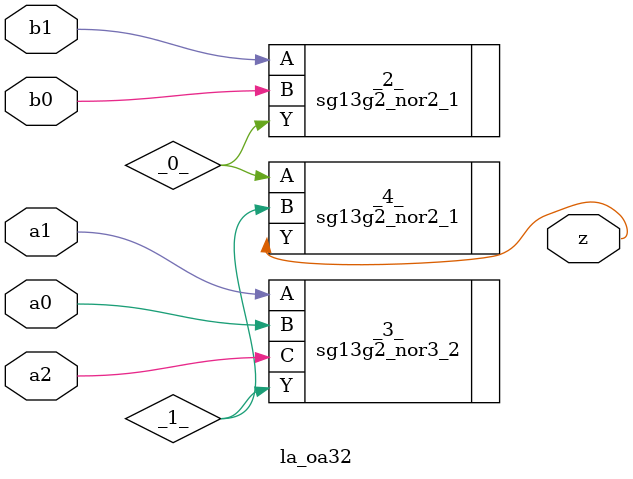
<source format=v>

/* Generated by Yosys 0.44 (git sha1 80ba43d26, g++ 11.4.0-1ubuntu1~22.04 -fPIC -O3) */

(* top =  1  *)
(* src = "inputs/la_oa32.v:10.1-23.10" *)
module la_oa32 (
    a0,
    a1,
    a2,
    b0,
    b1,
    z
);
  wire _0_;
  wire _1_;
  (* src = "inputs/la_oa32.v:13.12-13.14" *)
  input a0;
  wire a0;
  (* src = "inputs/la_oa32.v:14.12-14.14" *)
  input a1;
  wire a1;
  (* src = "inputs/la_oa32.v:15.12-15.14" *)
  input a2;
  wire a2;
  (* src = "inputs/la_oa32.v:16.12-16.14" *)
  input b0;
  wire b0;
  (* src = "inputs/la_oa32.v:17.12-17.14" *)
  input b1;
  wire b1;
  (* src = "inputs/la_oa32.v:18.12-18.13" *)
  output z;
  wire z;
  sg13g2_nor2_1 _2_ (
      .A(b1),
      .B(b0),
      .Y(_0_)
  );
  sg13g2_nor3_2 _3_ (
      .A(a1),
      .B(a0),
      .C(a2),
      .Y(_1_)
  );
  sg13g2_nor2_1 _4_ (
      .A(_0_),
      .B(_1_),
      .Y(z)
  );
endmodule

</source>
